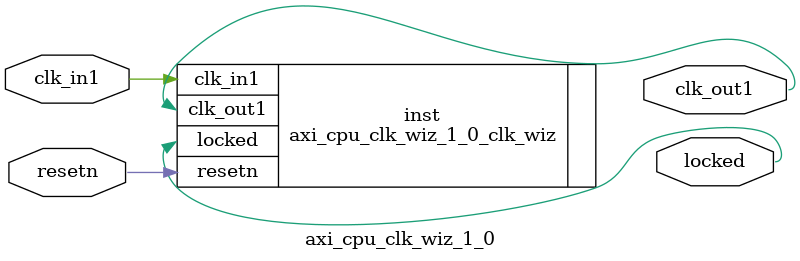
<source format=v>


`timescale 1ps/1ps

(* CORE_GENERATION_INFO = "axi_cpu_clk_wiz_1_0,clk_wiz_v6_0_4_0_0,{component_name=axi_cpu_clk_wiz_1_0,use_phase_alignment=true,use_min_o_jitter=false,use_max_i_jitter=false,use_dyn_phase_shift=false,use_inclk_switchover=false,use_dyn_reconfig=false,enable_axi=0,feedback_source=FDBK_AUTO,PRIMITIVE=MMCM,num_out_clk=1,clkin1_period=10.000,clkin2_period=10.000,use_power_down=false,use_reset=true,use_locked=true,use_inclk_stopped=false,feedback_type=SINGLE,CLOCK_MGR_TYPE=NA,manual_override=false}" *)

module axi_cpu_clk_wiz_1_0 
 (
  // Clock out ports
  output        clk_out1,
  // Status and control signals
  input         resetn,
  output        locked,
 // Clock in ports
  input         clk_in1
 );

  axi_cpu_clk_wiz_1_0_clk_wiz inst
  (
  // Clock out ports  
  .clk_out1(clk_out1),
  // Status and control signals               
  .resetn(resetn), 
  .locked(locked),
 // Clock in ports
  .clk_in1(clk_in1)
  );

endmodule

</source>
